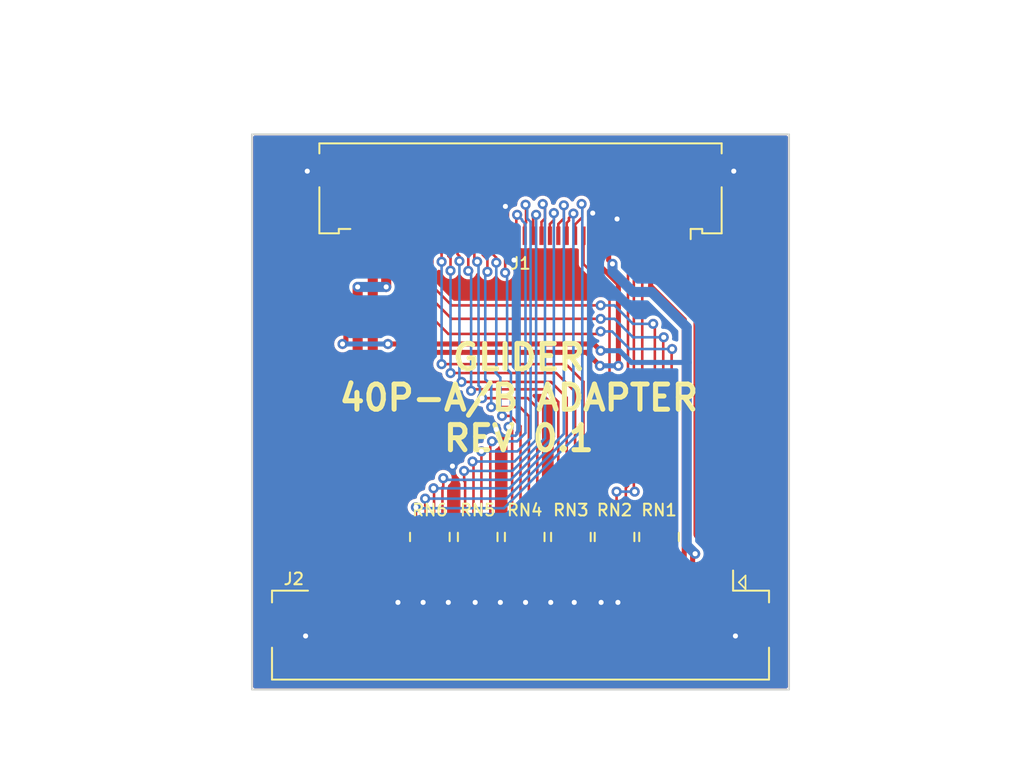
<source format=kicad_pcb>
(kicad_pcb (version 20240108) (generator "pcbnew") (generator_version "8.0")
  (layers (0 "F.Cu" signal) (31 "B.Cu" signal) (34 "B.Paste" user) (35 "F.Paste" user) (36 "B.SilkS" user "B.Silkscreen") (37 "F.SilkS" user "F.Silkscreen") (38 "B.Mask" user) (39 "F.Mask" user) (44 "Edge.Cuts" user))
  (net 0 "")
  (net 1 "GND")
  (net 2 "+3V3")
  (net 3 "/GDOE")
  (net 4 "/GDCLK")
  (net 5 "/GDSP")
  (net 6 "/ESDCLK")
  (net 7 "/ED0")
  (net 8 "/ED8")
  (net 9 "/ED1")
  (net 10 "/ED9")
  (net 11 "/ED2")
  (net 12 "/ED10")
  (net 13 "/ED3")
  (net 14 "/ED11")
  (net 15 "/ED4")
  (net 16 "/ED12")
  (net 17 "/ED5")
  (net 18 "/ED13")
  (net 19 "/ED6")
  (net 20 "/ED14")
  (net 21 "/ED7")
  (net 22 "/ED15")
  (net 23 "/SDCE0")
  (net 24 "/ESDLE")
  (net 25 "/ESDOE")
  (net 27 "-VGL")
  (net 28 "-VCOM")
  (net 31 "+VP")
  (net 33 "-VN")
  (net 35 "+VGH")
  (net 49 "/PD8")
  (net 50 "/PD12")
  (net 51 "/PSDLE")
  (net 52 "/PGDOE")
  (net 53 "/PSDCE0")
  (net 54 "/PD5")
  (net 55 "/PD9")
  (net 56 "/PD11")
  (net 57 "/PD3")
  (net 58 "/PD0")
  (net 59 "/PGDSP")
  (net 60 "/PD14")
  (net 61 "/PD15")
  (net 62 "/PD13")
  (net 63 "/PSDOE")
  (net 64 "/PD1")
  (net 65 "/PD2")
  (net 66 "/PD10")
  (net 67 "/PSDCLK")
  (net 68 "/PGDCLK")
  (net 69 "/PD7")
  (net 70 "/PD4")
  (net 71 "/PD6")
  (footprint "Resistor_SMD:R_Array_Convex_4x0402" (layer "F.Cu") (at 171.25 84 90)
    (property "Reference" "RN4")
    (property "Value" "33")
  )
  (footprint "footprints:Xunpu_FPC-05F-50PH20_1x50-1MP_P0.50mm_Horizontal_Mirrored" (layer "F.Cu") (at 171 88.5)
    (property "Reference" "J2")
    (property "Value" "FPC-05F-50PH20")
  )
  (footprint "Resistor_SMD:R_Array_Convex_4x0402" (layer "F.Cu") (at 165.6 84 90)
    (property "Reference" "RN6")
    (property "Value" "33")
  )
  (footprint "Connector_FFC-FPC:Omron_XF2M-4015-1A_1x40-1MP_P0.5mm_Horizontal" (layer "F.Cu") (at 171 64 180)
    (property "Reference" "J1")
    (property "Value" "AFC24-S40FIA-00")
  )
  (footprint "Resistor_SMD:R_Array_Convex_4x0402" (layer "F.Cu") (at 179.25 84 90)
    (property "Reference" "RN1")
    (property "Value" "33")
  )
  (footprint "Resistor_SMD:R_Array_Convex_4x0402" (layer "F.Cu") (at 174 84 90)
    (property "Reference" "RN3")
    (property "Value" "33")
  )
  (footprint "Resistor_SMD:R_Array_Convex_4x0402" (layer "F.Cu") (at 176.6 84 90)
    (property "Reference" "RN2")
    (property "Value" "33")
  )
  (footprint "Resistor_SMD:R_Array_Convex_4x0402" (layer "F.Cu") (at 168.45 84 90)
    (property "Reference" "RN5")
    (property "Value" "33")
  )
  (gr_rect (start 155 60) (end 187 93.1) (stroke (width 0.1)) (fill none) (layer "Edge.Cuts"))
  (gr_text "GLIDER\n40P-A/B ADAPTER\nREV 0.1" (at 170.9 79 0) (layer "F.SilkS") (effects (font (size 1.5 1.5) (thickness 0.3) (bold yes)) (justify bottom)))
  (segment (start 169.75 86.65) (end 169.75 87.85) (width 0.2) (layer "F.Cu") (net 1))
  (segment (start 169.75 87.85) (end 169.8 87.9) (width 0.2) (layer "F.Cu") (net 1))
  (segment (start 166.75 86.65) (end 166.7786 86.6214) (width 0.1524) (layer "F.Cu") (net 1))
  (segment (start 176.75 87.85) (end 176.8 87.9) (width 0.2) (layer "F.Cu") (net 1))
  (segment (start 172.75 87.85) (end 172.75 86.65) (width 0.1524) (layer "F.Cu") (net 1))
  (segment (start 168.25 86.65) (end 168.25 87.85) (width 0.2) (layer "F.Cu") (net 1))
  (segment (start 169.75 85.8476) (end 169.8286 85.769) (width 0.1524) (layer "F.Cu") (net 1))
  (segment (start 174.25 86.65) (end 174.25 87.85) (width 0.2) (layer "F.Cu") (net 1))
  (segment (start 163.75 87.85) (end 163.7 87.9) (width 0.2) (layer "F.Cu") (net 1))
  (segment (start 166.75 86.65) (end 166.75 87.85) (width 0.2) (layer "F.Cu") (net 1))
  (segment (start 170.25 66.716978) (end 170.25 66.05) (width 0.3) (layer "F.Cu") (net 1))
  (segment (start 159.6 62.15) (end 158.35 62.15) (width 0.3) (layer "F.Cu") (net 1))
  (segment (start 171.25 86.65) (end 171.25 87.85) (width 0.2) (layer "F.Cu") (net 1))
  (segment (start 185.15 89.9) (end 183.8 89.9) (width 0.2) (layer "F.Cu") (net 1))
  (segment (start 166.75 87.85) (end 166.7 87.9) (width 0.2) (layer "F.Cu") (net 1))
  (segment (start 183.65 62.15) (end 183.7 62.2) (width 0.3) (layer "F.Cu") (net 1))
  (segment (start 170.6144 67.081378) (end 170.25 66.716978) (width 0.3) (layer "F.Cu") (net 1))
  (segment (start 165.25 86.65) (end 165.25 87.85) (width 0.2) (layer "F.Cu") (net 1))
  (segment (start 156.85 89.9) (end 158.2 89.9) (width 0.2) (layer "F.Cu") (net 1))
  (segment (start 171.25 87.85) (end 171.3 87.9) (width 0.2) (layer "F.Cu") (net 1))
  (segment (start 172.8 87.9) (end 172.75 87.85) (width 0.1524) (layer "F.Cu") (net 1))
  (segment (start 176.75 65.05) (end 176.75 66.05) (width 0.2) (layer "F.Cu") (net 1))
  (segment (start 168.25 87.85) (end 168.3 87.9) (width 0.2) (layer "F.Cu") (net 1))
  (segment (start 175.25 64.75) (end 175.3 64.7) (width 0.1524) (layer "F.Cu") (net 1))
  (segment (start 169.8286 77.866848) (end 169.553254 77.591502) (width 0.1524) (layer "F.Cu") (net 1))
  (segment (start 169.75 86.65) (end 169.75 85.8476) (width 0.1524) (layer "F.Cu") (net 1))
  (segment (start 174.25 87.85) (end 174.2 87.9) (width 0.2) (layer "F.Cu") (net 1))
  (segment (start 182.4 62.15) (end 183.65 62.15) (width 0.3) (layer "F.Cu") (net 1))
  (segment (start 175.75 86.65) (end 175.75 87.85) (width 0.2) (layer "F.Cu") (net 1))
  (segment (start 167 79.724227) (end 166.946389 79.777838) (width 0.1524) (layer "F.Cu") (net 1))
  (segment (start 175.75 87.85) (end 175.8 87.9) (width 0.2) (layer "F.Cu") (net 1))
  (segment (start 163.75 86.65) (end 163.75 87.85) (width 0.2) (layer "F.Cu") (net 1))
  (segment (start 166.7786 86.6214) (end 166.7786 85.6214) (width 0.1524) (layer "F.Cu") (net 1))
  (segment (start 158.35 62.15) (end 158.3 62.2) (width 0.3) (layer "F.Cu") (net 1))
  (segment (start 176.75 86.65) (end 176.75 87.85) (width 0.2) (layer "F.Cu") (net 1))
  (segment (start 170.25 64.45) (end 170.1 64.3) (width 0.1524) (layer "F.Cu") (net 1))
  (segment (start 165.25 87.85) (end 165.2 87.9) (width 0.2) (layer "F.Cu") (net 1))
  (segment (start 170.25 66.05) (end 170.25 64.45) (width 0.1524) (layer "F.Cu") (net 1))
  (segment (start 169.8286 85.769) (end 169.8286 77.866848) (width 0.1524) (layer "F.Cu") (net 1))
  (segment (start 167 85.4) (end 167 79.724227) (width 0.1524) (layer "F.Cu") (net 1))
  (segment (start 170.6144 67.5) (end 170.6144 67.081378) (width 0.3) (layer "F.Cu") (net 1))
  (segment (start 166.7786 85.6214) (end 167 85.4) (width 0.1524) (layer "F.Cu") (net 1))
  (segment (start 175.25 66.05) (end 175.25 64.75) (width 0.1524) (layer "F.Cu") (net 1))
  (via (at 169.8 87.9) (size 0.6) (drill 0.3) (layers "F.Cu" "B.Cu") (net 1))
  (via (at 166.946389 79.777838) (size 0.6) (drill 0.3) (layers "F.Cu" "B.Cu") (net 1))
  (via (at 183.7 62.2) (size 0.6) (drill 0.3) (layers "F.Cu" "B.Cu") (net 1))
  (via (at 169.553254 77.591502) (size 0.6) (drill 0.3) (layers "F.Cu" "B.Cu") (net 1))
  (via (at 170.6144 67.5) (size 0.6) (drill 0.3) (layers "F.Cu" "B.Cu") (net 1))
  (via (at 175.8 87.9) (size 0.6) (drill 0.3) (layers "F.Cu" "B.Cu") (net 1))
  (via (at 158.3 62.2) (size 0.6) (drill 0.3) (layers "F.Cu" "B.Cu") (net 1))
  (via (at 176.75 65.05) (size 0.6) (drill 0.3) (layers "F.Cu" "B.Cu") (net 1))
  (via (at 171.3 87.9) (size 0.6) (drill 0.3) (layers "F.Cu" "B.Cu") (net 1))
  (via (at 175.3 64.7) (size 0.6) (drill 0.3) (layers "F.Cu" "B.Cu") (net 1))
  (via (at 168.3 87.9) (size 0.6) (drill 0.3) (layers "F.Cu" "B.Cu") (net 1))
  (via (at 158.2 89.9) (size 0.6) (drill 0.3) (layers "F.Cu" "B.Cu") (net 1))
  (via (at 166.7 87.9) (size 0.6) (drill 0.3) (layers "F.Cu" "B.Cu") (net 1))
  (via (at 163.7 87.9) (size 0.6) (drill 0.3) (layers "F.Cu" "B.Cu") (net 1))
  (via (at 183.8 89.9) (size 0.6) (drill 0.3) (layers "F.Cu" "B.Cu") (net 1))
  (via (at 174.2 87.9) (size 0.6) (drill 0.3) (layers "F.Cu" "B.Cu") (net 1))
  (via (at 176.8 87.9) (size 0.6) (drill 0.3) (layers "F.Cu" "B.Cu") (net 1))
  (via (at 165.2 87.9) (size 0.6) (drill 0.3) (layers "F.Cu" "B.Cu") (net 1))
  (via (at 172.8 87.9) (size 0.6) (drill 0.3) (layers "F.Cu" "B.Cu") (net 1))
  (via (at 170.1 64.3) (size 0.6) (drill 0.3) (layers "F.Cu" "B.Cu") (net 1))
  (segment (start 170.6952 67.981731) (end 170.6952 72.3) (width 0.1524) (layer "B.Cu") (net 1))
  (segment (start 170.6952 72.3) (end 170.6952 72.3952) (width 0.1524) (layer "B.Cu") (net 1))
  (segment (start 175.2 65.4) (end 175.3 65.3) (width 0.1524) (layer "B.Cu") (net 1))
  (segment (start 170.818269 77.850679) (end 170.703125 77.965823) (width 0.1524) (layer "B.Cu") (net 1))
  (segment (start 170.6952 72.3) (end 170.818269 72.423069) (width 0.1524) (layer "B.Cu") (net 1))
  (segment (start 170.703125 77.965823) (end 169.927575 77.965823) (width 0.1524) (layer "B.Cu") (net 1))
  (segment (start 169.927575 77.965823) (end 169.553254 77.591502) (width 0.1524) (layer "B.Cu") (net 1))
  (segment (start 170.1 67.386531) (end 170.513469 67.8) (width 0.1524) (layer "B.Cu") (net 1))
  (segment (start 172.8 80.9) (end 175.2 78.5) (width 0.1524) (layer "B.Cu") (net 1))
  (segment (start 175.3 65.3) (end 175.3 64.7) (width 0.1524) (layer "B.Cu") (net 1))
  (segment (start 170.1 64.3) (end 170.1 67.386531) (width 0.1524) (layer "B.Cu") (net 1))
  (segment (start 170.818269 72.423069) (end 170.818269 77.850679) (width 0.1524) (layer "B.Cu") (net 1))
  (segment (start 170.513469 67.8) (end 170.6952 67.981731) (width 0.1524) (layer "B.Cu") (net 1))
  (segment (start 169.132725 77.591502) (end 166.946389 79.777838) (width 0.1524) (layer "B.Cu") (net 1))
  (segment (start 172.8 87.9) (end 172.8 80.9) (width 0.1524) (layer "B.Cu") (net 1))
  (segment (start 175.2 78.5) (end 175.2 65.4) (width 0.1524) (layer "B.Cu") (net 1))
  (segment (start 169.553254 77.591502) (end 169.132725 77.591502) (width 0.1524) (layer "B.Cu") (net 1))
  (segment (start 178.75 65.05) (end 178.75 66.05) (width 0.3) (layer "F.Cu") (net 2))
  (segment (start 180.75 71.05) (end 178.75 69.05) (width 0.3) (layer "F.Cu") (net 2))
  (segment (start 174.9286 73) (end 175.7286 73.8) (width 0.3) (layer "F.Cu") (net 2))
  (segment (start 163.1 83.7) (end 163.1 73.7) (width 0.3) (layer "F.Cu") (net 2))
  (segment (start 175.75 67.85) (end 176.8286 68.9286) (width 0.3) (layer "F.Cu") (net 2))
  (segment (start 175.75 66.05) (end 175.75 65.101923) (width 0.3) (layer "F.Cu") (net 2))
  (segment (start 161.25 86.65) (end 161.25 85.55) (width 0.3) (layer "F.Cu") (net 2))
  (segment (start 167.5 73) (end 174.9286 73) (width 0.3) (layer "F.Cu") (net 2))
  (segment (start 163.1 73.7) (end 163.8 73) (width 0.3) (layer "F.Cu") (net 2))
  (segment (start 175.75 65.101923) (end 176.451923 64.4) (width 0.3) (layer "F.Cu") (net 2))
  (segment (start 176.8286 68.9286) (end 176.8286 73.8) (width 0.3) (layer "F.Cu") (net 2))
  (segment (start 176.451923 64.4) (end 178.1 64.4) (width 0.3) (layer "F.Cu") (net 2))
  (segment (start 162.3 84.5) (end 163.1 83.7) (width 0.3) (layer "F.Cu") (net 2))
  (segment (start 161.25 85.55) (end 162.3 84.5) (width 0.3) (layer "F.Cu") (net 2))
  (segment (start 163.8 73) (end 167.5 73) (width 0.3) (layer "F.Cu") (net 2))
  (segment (start 178.1 64.4) (end 178.75 65.05) (width 0.3) (layer "F.Cu") (net 2))
  (segment (start 175.75 66.05) (end 175.75 67.85) (width 0.3) (layer "F.Cu") (net 2))
  (segment (start 178.75 69.05) (end 178.75 66.05) (width 0.3) (layer "F.Cu") (net 2))
  (segment (start 180.75 86.65) (end 180.75 71.05) (width 0.3) (layer "F.Cu") (net 2))
  (via (at 175.7286 73.8) (size 0.6) (drill 0.3) (layers "F.Cu" "B.Cu") (net 2))
  (via (at 176.8286 73.8) (size 0.6) (drill 0.3) (layers "F.Cu" "B.Cu") (net 2))
  (segment (start 175.7286 73.8) (end 176.8286 73.8) (width 0.3) (layer "B.Cu") (net 2))
  (segment (start 178.5 80.3) (end 178.5 83.5) (width 0.1524) (layer "F.Cu") (net 3))
  (segment (start 178.25 66.05) (end 178.25 80.05) (width 0.1524) (layer "F.Cu") (net 3))
  (segment (start 178.25 80.05) (end 178.5 80.3) (width 0.1524) (layer "F.Cu") (net 3))
  (segment (start 176.7214 81.8214) (end 176.85 81.95) (width 0.1524) (layer "F.Cu") (net 4))
  (segment (start 176.85 81.95) (end 176.85 83.5) (width 0.1524) (layer "F.Cu") (net 4))
  (segment (start 177.75 66.05) (end 177.75 81.25) (width 0.1524) (layer "F.Cu") (net 4))
  (segment (start 176.7214 81.3) (end 176.7214 81.8214) (width 0.1524) (layer "F.Cu") (net 4))
  (segment (start 177.75 81.25) (end 177.8 81.3) (width 0.1524) (layer "F.Cu") (net 4))
  (via (at 177.8 81.3) (size 0.6) (drill 0.3) (layers "F.Cu" "B.Cu") (net 4))
  (via (at 176.7214 81.3) (size 0.6) (drill 0.3) (layers "F.Cu" "B.Cu") (net 4))
  (segment (start 177.8 81.3) (end 176.7214 81.3) (width 0.1524) (layer "B.Cu") (net 4))
  (segment (start 177.4 66.8286) (end 177.4 80.952446) (width 0.1524) (layer "F.Cu") (net 5))
  (segment (start 177.25 66.05) (end 177.25 66.6786) (width 0.1524) (layer "F.Cu") (net 5))
  (segment (start 177.2714 81.081046) (end 177.2714 83.4214) (width 0.1524) (layer "F.Cu") (net 5))
  (segment (start 177.2714 83.4214) (end 177.35 83.5) (width 0.1524) (layer "F.Cu") (net 5))
  (segment (start 177.4 80.952446) (end 177.2714 81.081046) (width 0.1524) (layer "F.Cu") (net 5))
  (segment (start 177.25 66.6786) (end 177.4 66.8286) (width 0.1524) (layer "F.Cu") (net 5))
  (segment (start 175.85 80.636923) (end 175.85 83.5) (width 0.1524) (layer "F.Cu") (net 6))
  (segment (start 176.3 80.186923) (end 175.85 80.636923) (width 0.1524) (layer "F.Cu") (net 6))
  (segment (start 174.75 66.05) (end 174.75 67.734663) (width 0.1524) (layer "F.Cu") (net 6))
  (segment (start 174.75 67.734663) (end 176.3 69.284663) (width 0.1524) (layer "F.Cu") (net 6))
  (segment (start 176.3 69.284663) (end 176.3 80.186923) (width 0.1524) (layer "F.Cu") (net 6))
  (segment (start 174.25 66.05) (end 174.25 65.376359) (width 0.1524) (layer "F.Cu") (net 7))
  (segment (start 174.6784 64.196977) (end 174.637435 64.156012) (width 0.1524) (layer "F.Cu") (net 7))
  (segment (start 164.770112 82.227761) (end 164.770112 83.420112) (width 0.1524) (layer "F.Cu") (net 7))
  (segment (start 174.6784 64.947959) (end 174.6784 64.196977) (width 0.1524) (layer "F.Cu") (net 7))
  (segment (start 164.770112 83.420112) (end 164.85 83.5) (width 0.1524) (layer "F.Cu") (net 7))
  (segment (start 174.25 65.376359) (end 174.6784 64.947959) (width 0.1524) (layer "F.Cu") (net 7))
  (via (at 174.637435 64.156012) (size 0.6) (drill 0.3) (layers "F.Cu" "B.Cu") (net 7))
  (via (at 164.770112 82.227761) (size 0.6) (drill 0.3) (layers "F.Cu" "B.Cu") (net 7))
  (segment (start 174.6784 64.196977) (end 174.6784 77.6216) (width 0.1524) (layer "B.Cu") (net 7))
  (segment (start 170.013929 82.286071) (end 164.828422 82.286071) (width 0.1524) (layer "B.Cu") (net 7))
  (segment (start 164.828422 82.286071) (end 164.770112 82.227761) (width 0.1524) (layer "B.Cu") (net 7))
  (segment (start 174.6784 77.6216) (end 170.013929 82.286071) (width 0.1524) (layer "B.Cu") (net 7))
  (segment (start 174.637435 64.156012) (end 174.6784 64.196977) (width 0.1524) (layer "B.Cu") (net 7))
  (segment (start 170.5 83.5) (end 170.5 77.647554) (width 0.1524) (layer "F.Cu") (net 8))
  (segment (start 170.0858 68.248737) (end 170.0858 67.0882) (width 0.1524) (layer "F.Cu") (net 8))
  (segment (start 169.75 66.7524) (end 169.75 66.05) (width 0.1524) (layer "F.Cu") (net 8))
  (segment (start 170.5 77.647554) (end 170.289669 77.437223) (width 0.1524) (layer "F.Cu") (net 8))
  (segment (start 170.0858 67.0882) (end 169.75 66.7524) (width 0.1524) (layer "F.Cu") (net 8))
  (via (at 170.289669 77.437223) (size 0.6) (drill 0.3) (layers "F.Cu" "B.Cu") (net 8))
  (via (at 170.0858 68.248737) (size 0.6) (drill 0.3) (layers "F.Cu" "B.Cu") (net 8))
  (segment (start 170.4286 74.2286) (end 170.2 74) (width 0.1524) (layer "B.Cu") (net 8))
  (segment (start 170.289669 77.437223) (end 170.4286 77.298292) (width 0.1524) (layer "B.Cu") (net 8))
  (segment (start 170.4286 77.298292) (end 170.4286 74.2286) (width 0.1524) (layer "B.Cu") (net 8))
  (segment (start 170.2 68.362937) (end 170.0858 68.248737) (width 0.1524) (layer "B.Cu") (net 8))
  (segment (start 170.2 74) (end 170.2 68.362937) (width 0.1524) (layer "B.Cu") (net 8))
  (segment (start 165.3214 82.1214) (end 165.35 82.15) (width 0.1524) (layer "F.Cu") (net 9))
  (segment (start 173.884473 65.146579) (end 173.884473 64.994332) (width 0.1524) (layer "F.Cu") (net 9))
  (segment (start 173.75 66.05) (end 173.75 65.281052) (width 0.1524) (layer "F.Cu") (net 9))
  (segment (start 173.75 65.281052) (end 173.884473 65.146579) (width 0.1524) (layer "F.Cu") (net 9))
  (segment (start 165.35 82.15) (end 165.35 83.5) (width 0.1524) (layer "F.Cu") (net 9))
  (segment (start 173.884473 64.994332) (end 174.1498 64.729005) (width 0.1524) (layer "F.Cu") (net 9))
  (segment (start 165.3214 81.715716) (end 165.3214 82.1214) (width 0.1524) (layer "F.Cu") (net 9))
  (via (at 174.1498 64.729005) (size 0.6) (drill 0.3) (layers "F.Cu" "B.Cu") (net 9))
  (via (at 165.3214 81.715716) (size 0.6) (drill 0.3) (layers "F.Cu" "B.Cu") (net 9))
  (segment (start 174.1498 77.719148) (end 170.153232 81.715716) (width 0.1524) (layer "B.Cu") (net 9))
  (segment (start 174.1498 64.729005) (end 174.1498 77.719148) (width 0.1524) (layer "B.Cu") (net 9))
  (segment (start 170.153232 81.715716) (end 165.3214 81.715716) (width 0.1524) (layer "B.Cu") (net 9))
  (segment (start 169.25 67.05) (end 169.25 66.05) (width 0.1524) (layer "F.Cu") (net 10))
  (segment (start 171 77.4) (end 170.3858 76.7858) (width 0.1524) (layer "F.Cu") (net 10))
  (segment (start 171 83.5) (end 171 77.4) (width 0.1524) (layer "F.Cu") (net 10))
  (segment (start 169.5572 67.3572) (end 169.25 67.05) (width 0.1524) (layer "F.Cu") (net 10))
  (segment (start 169.5572 67.650422) (end 169.5572 67.3572) (width 0.1524) (layer "F.Cu") (net 10))
  (segment (start 170.3858 76.7858) (end 169.9 76.7858) (width 0.1524) (layer "F.Cu") (net 10))
  (via (at 169.5572 67.650422) (size 0.6) (drill 0.3) (layers "F.Cu" "B.Cu") (net 10))
  (via (at 169.9 76.7858) (size 0.6) (drill 0.3) (layers "F.Cu" "B.Cu") (net 10))
  (segment (start 169.8 74.5) (end 169.5 74.2) (width 0.1524) (layer "B.Cu") (net 10))
  (segment (start 169.5572 74.1428) (end 169.5572 67.650422) (width 0.1524) (layer "B.Cu") (net 10))
  (segment (start 169.9 76.7858) (end 169.8 76.6858) (width 0.1524) (layer "B.Cu") (net 10))
  (segment (start 169.5 74.2) (end 169.5572 74.1428) (width 0.1524) (layer "B.Cu") (net 10))
  (segment (start 169.8 76.6858) (end 169.8 74.5) (width 0.1524) (layer "B.Cu") (net 10))
  (segment (start 173.579673 65.020327) (end 173.579673 64.238022) (width 0.1524) (layer "F.Cu") (net 11))
  (segment (start 165.8214 81.1) (end 165.85 81.1286) (width 0.1524) (layer "F.Cu") (net 11))
  (segment (start 173.25 65.35) (end 173.579673 65.020327) (width 0.1524) (layer "F.Cu") (net 11))
  (segment (start 165.85 81.1286) (end 165.85 83.5) (width 0.1524) (layer "F.Cu") (net 11))
  (segment (start 173.25 66.05) (end 173.25 65.35) (width 0.1524) (layer "F.Cu") (net 11))
  (via (at 173.579673 64.238022) (size 0.6) (drill 0.3) (layers "F.Cu" "B.Cu") (net 11))
  (via (at 165.8214 81.1) (size 0.6) (drill 0.3) (layers "F.Cu" "B.Cu") (net 11))
  (segment (start 173.579673 77.858223) (end 170.337896 81.1) (width 0.1524) (layer "B.Cu") (net 11))
  (segment (start 173.579673 64.238022) (end 173.579673 77.858223) (width 0.1524) (layer "B.Cu") (net 11))
  (segment (start 170.337896 81.1) (end 165.8214 81.1) (width 0.1524) (layer "B.Cu") (net 11))
  (segment (start 171.5 83.5) (end 171.5 76.8) (width 0.1524) (layer "F.Cu") (net 12))
  (segment (start 171.5 76.8) (end 171 76.3) (width 0.1524) (layer "F.Cu") (net 12))
  (segment (start 170.9572 76.2572) (end 169.254957 76.2572) (width 0.1524) (layer "F.Cu") (net 12))
  (segment (start 168.75 66.05) (end 168.75 67.18072) (width 0.1524) (layer "F.Cu") (net 12))
  (segment (start 171 76.3) (end 170.9572 76.2572) (width 0.1524) (layer "F.Cu") (net 12))
  (segment (start 168.88464 67.31536) (end 169.0286 67.459319) (width 0.1524) (layer "F.Cu") (net 12))
  (segment (start 168.75 67.18072) (end 168.88464 67.31536) (width 0.1524) (layer "F.Cu") (net 12))
  (segment (start 169.0286 67.459319) (end 169.0286 68.195589) (width 0.1524) (layer "F.Cu") (net 12))
  (via (at 169.0286 68.195589) (size 0.6) (drill 0.3) (layers "F.Cu" "B.Cu") (net 12))
  (via (at 169.254957 76.2572) (size 0.6) (drill 0.3) (layers "F.Cu" "B.Cu") (net 12))
  (segment (start 168.9 68.324189) (end 169.0286 68.195589) (width 0.1524) (layer "B.Cu") (net 12))
  (segment (start 169.254957 76.2572) (end 169.254957 74.954957) (width 0.1524) (layer "B.Cu") (net 12))
  (segment (start 168.9 74.6) (end 168.9 68.324189) (width 0.1524) (layer "B.Cu") (net 12))
  (segment (start 169.254957 74.954957) (end 168.9 74.6) (width 0.1524) (layer "B.Cu") (net 12))
  (segment (start 172.75 65.3476) (end 172.9858 65.1118) (width 0.1524) (layer "F.Cu") (net 13))
  (segment (start 172.9858 65.1118) (end 172.9858 64.7) (width 0.1524) (layer "F.Cu") (net 13))
  (segment (start 166.4 80.5) (end 166.4 81) (width 0.1524) (layer "F.Cu") (net 13))
  (segment (start 166.4 81) (end 166.35 81.05) (width 0.1524) (layer "F.Cu") (net 13))
  (segment (start 166.35 81.05) (end 166.35 83.5) (width 0.1524) (layer "F.Cu") (net 13))
  (segment (start 172.75 66.05) (end 172.75 65.3476) (width 0.1524) (layer "F.Cu") (net 13))
  (via (at 166.4 80.5) (size 0.6) (drill 0.3) (layers "F.Cu" "B.Cu") (net 13))
  (via (at 172.9858 64.7) (size 0.6) (drill 0.3) (layers "F.Cu" "B.Cu") (net 13))
  (segment (start 172.9858 64.7) (end 172.9858 78.021044) (width 0.1524) (layer "B.Cu") (net 13))
  (segment (start 166.493879 80.593879) (end 166.4 80.5) (width 0.1524) (layer "B.Cu") (net 13))
  (segment (start 172.9858 78.021044) (end 170.412965 80.593879) (width 0.1524) (layer "B.Cu") (net 13))
  (segment (start 170.412965 80.593879) (end 166.493879 80.593879) (width 0.1524) (layer "B.Cu") (net 13))
  (segment (start 171.4286 75.7286) (end 168.710279 75.7286) (width 0.1524) (layer "F.Cu") (net 14))
  (segment (start 172 76.3) (end 171.4286 75.7286) (width 0.1524) (layer "F.Cu") (net 14))
  (segment (start 168.25 67.428273) (end 168.25 66.05) (width 0.1524) (layer "F.Cu") (net 14))
  (segment (start 172 83.5) (end 172 76.3) (width 0.1524) (layer "F.Cu") (net 14))
  (segment (start 168.417829 67.596102) (end 168.25 67.428273) (width 0.1524) (layer "F.Cu") (net 14))
  (via (at 168.417829 67.596102) (size 0.6) (drill 0.3) (layers "F.Cu" "B.Cu") (net 14))
  (via (at 168.710279 75.7286) (size 0.6) (drill 0.3) (layers "F.Cu" "B.Cu") (net 14))
  (segment (start 168.5 74.984301) (end 168.5 67.678273) (width 0.1524) (layer "B.Cu") (net 14))
  (segment (start 168.585974 75.070275) (end 168.5 74.984301) (width 0.1524) (layer "B.Cu") (net 14))
  (segment (start 168.537918 75.556239) (end 168.585974 75.508183) (width 0.1524) (layer "B.Cu") (net 14))
  (segment (start 168.710279 75.7286) (end 168.537918 75.556239) (width 0.1524) (layer "B.Cu") (net 14))
  (segment (start 168.585974 75.508183) (end 168.585974 75.070275) (width 0.1524) (layer "B.Cu") (net 14))
  (segment (start 168.5 67.678273) (end 168.417829 67.596102) (width 0.1524) (layer "B.Cu") (net 14))
  (segment (start 167.641722 80.658278) (end 167.7 80.716556) (width 0.1524) (layer "F.Cu") (net 15))
  (segment (start 172.4572 65.018954) (end 172.4572 64.292837) (width 0.1524) (layer "F.Cu") (net 15))
  (segment (start 167.641722 80.065279) (end 167.641722 80.658278) (width 0.1524) (layer "F.Cu") (net 15))
  (segment (start 172.25 65.226154) (end 172.4572 65.018954) (width 0.1524) (layer "F.Cu") (net 15))
  (segment (start 167.7 80.716556) (end 167.7 83.5) (width 0.1524) (layer "F.Cu") (net 15))
  (segment (start 172.4572 64.292837) (end 172.324608 64.160245) (width 0.1524) (layer "F.Cu") (net 15))
  (segment (start 172.25 66.05) (end 172.25 65.226154) (width 0.1524) (layer "F.Cu") (net 15))
  (via (at 172.324608 64.160245) (size 0.6) (drill 0.3) (layers "F.Cu" "B.Cu") (net 15))
  (via (at 167.641722 80.065279) (size 0.6) (drill 0.3) (layers "F.Cu" "B.Cu") (net 15))
  (segment (start 170.510513 80.065279) (end 167.641722 80.065279) (width 0.1524) (layer "B.Cu") (net 15))
  (segment (start 172.4572 64.292837) (end 172.4572 78.118592) (width 0.1524) (layer "B.Cu") (net 15))
  (segment (start 172.324608 64.160245) (end 172.4572 64.292837) (width 0.1524) (layer "B.Cu") (net 15))
  (segment (start 172.4572 78.118592) (end 170.510513 80.065279) (width 0.1524) (layer "B.Cu") (net 15))
  (segment (start 167.75 67.15) (end 167.889229 67.289229) (width 0.1524) (layer "F.Cu") (net 16))
  (segment (start 167.889229 67.289229) (end 167.889229 68.145172) (width 0.1524) (layer "F.Cu") (net 16))
  (segment (start 173.25 75.95) (end 172.5 75.2) (width 0.1524) (layer "F.Cu") (net 16))
  (segment (start 167.75 66.05) (end 167.75 67.15) (width 0.1524) (layer "F.Cu") (net 16))
  (segment (start 172.5 75.2) (end 168.146603 75.2) (width 0.1524) (layer "F.Cu") (net 16))
  (segment (start 173.25 83.5) (end 173.25 75.95) (width 0.1524) (layer "F.Cu") (net 16))
  (segment (start 168.146603 75.2) (end 168.057374 75.289229) (width 0.1524) (layer "F.Cu") (net 16))
  (via (at 167.889229 68.145172) (size 0.6) (drill 0.3) (layers "F.Cu" "B.Cu") (net 16))
  (via (at 168.057374 75.289229) (size 0.6) (drill 0.3) (layers "F.Cu" "B.Cu") (net 16))
  (segment (start 168.057374 75.289229) (end 168.057374 68.313317) (width 0.1524) (layer "B.Cu") (net 16))
  (segment (start 168.057374 68.313317) (end 167.889229 68.145172) (width 0.1524) (layer "B.Cu") (net 16))
  (segment (start 168.1428 79.504003) (end 168.2 79.561203) (width 0.1524) (layer "F.Cu") (net 17))
  (segment (start 168.2 79.561203) (end 168.2 83.5) (width 0.1524) (layer "F.Cu") (net 17))
  (segment (start 171.75 64.9786) (end 171.9286 64.8) (width 0.1524) (layer "F.Cu") (net 17))
  (segment (start 171.75 66.05) (end 171.75 64.9786) (width 0.1524) (layer "F.Cu") (net 17))
  (via (at 168.1428 79.504003) (size 0.6) (drill 0.3) (layers "F.Cu" "B.Cu") (net 17))
  (via (at 171.9286 64.8) (size 0.6) (drill 0.3) (layers "F.Cu" "B.Cu") (net 17))
  (segment (start 171.9286 78.21614) (end 170.640737 79.504003) (width 0.1524) (layer "B.Cu") (net 17))
  (segment (start 171.9286 64.8) (end 171.9286 78.21614) (width 0.1524) (layer "B.Cu") (net 17))
  (segment (start 170.640737 79.504003) (end 168.1428 79.504003) (width 0.1524) (layer "B.Cu") (net 17))
  (segment (start 172.810629 74.760629) (end 173.75 75.7) (width 0.1524) (layer "F.Cu") (net 18))
  (segment (start 167.360629 67.562732) (end 167.360629 67.260629) (width 0.1524) (layer "F.Cu") (net 18))
  (segment (start 167.25 67.15) (end 167.25 66.05) (width 0.1524) (layer "F.Cu") (net 18))
  (segment (start 167.484961 74.760629) (end 172.810629 74.760629) (width 0.1524) (layer "F.Cu") (net 18))
  (segment (start 173.75 75.7) (end 173.75 83.5) (width 0.1524) (layer "F.Cu") (net 18))
  (segment (start 167.360629 67.260629) (end 167.25 67.15) (width 0.1524) (layer "F.Cu") (net 18))
  (via (at 167.484961 74.760629) (size 0.6) (drill 0.3) (layers "F.Cu" "B.Cu") (net 18))
  (via (at 167.360629 67.562732) (size 0.6) (drill 0.3) (layers "F.Cu" "B.Cu") (net 18))
  (segment (start 167.484961 74.760629) (end 167.360629 74.636297) (width 0.1524) (layer "B.Cu") (net 18))
  (segment (start 167.360629 74.636297) (end 167.360629 67.562732) (width 0.1524) (layer "B.Cu") (net 18))
  (segment (start 168.6714 82.8286) (end 168.7 82.8572) (width 0.1524) (layer "F.Cu") (net 19))
  (segment (start 168.6714 78.9) (end 168.6714 82.8286) (width 0.1524) (layer "F.Cu") (net 19))
  (segment (start 168.7 82.8572) (end 168.7 83.5) (width 0.1524) (layer "F.Cu") (net 19))
  (segment (start 171.3286 65.269) (end 171.3286 64.2286) (width 0.1524) (layer "F.Cu") (net 19))
  (segment (start 171.25 65.3476) (end 171.3286 65.269) (width 0.1524) (layer "F.Cu") (net 19))
  (segment (start 171.25 66.05) (end 171.25 65.3476) (width 0.1524) (layer "F.Cu") (net 19))
  (segment (start 171.3286 64.2286) (end 171.3 64.2) (width 0.1524) (layer "F.Cu") (net 19))
  (via (at 168.6714 78.9) (size 0.6) (drill 0.3) (layers "F.Cu" "B.Cu") (net 19))
  (via (at 171.3 64.2) (size 0.6) (drill 0.3) (layers "F.Cu" "B.Cu") (net 19))
  (segment (start 171.6 65.218954) (end 171.6 78.113688) (width 0.1524) (layer "B.Cu") (net 19))
  (segment (start 171.6 78.113688) (end 170.813688 78.9) (width 0.1524) (layer "B.Cu") (net 19))
  (segment (start 171.4 64.3) (end 171.4 65.018954) (width 0.1524) (layer "B.Cu") (net 19))
  (segment (start 171.4 65.018954) (end 171.6 65.218954) (width 0.1524) (layer "B.Cu") (net 19))
  (segment (start 171.3 64.2) (end 171.4 64.3) (width 0.1524) (layer "B.Cu") (net 19))
  (segment (start 170.813688 78.9) (end 168.6714 78.9) (width 0.1524) (layer "B.Cu") (net 19))
  (segment (start 174.25 75.35) (end 173.132029 74.232029) (width 0.1524) (layer "F.Cu") (net 20))
  (segment (start 166.7 67.252446) (end 166.7 66.1) (width 0.1524) (layer "F.Cu") (net 20))
  (segment (start 166.7 66.1) (end 166.75 66.05) (width 0.1524) (layer "F.Cu") (net 20))
  (segment (start 166.832029 68.132029) (end 166.832029 67.384475) (width 0.1524) (layer "F.Cu") (net 20))
  (segment (start 173.132029 74.232029) (end 166.832029 74.232029) (width 0.1524) (layer "F.Cu") (net 20))
  (segment (start 166.832029 67.384475) (end 166.7 67.252446) (width 0.1524) (layer "F.Cu") (net 20))
  (segment (start 174.25 83.5) (end 174.25 75.35) (width 0.1524) (layer "F.Cu") (net 20))
  (via (at 166.832029 74.232029) (size 0.6) (drill 0.3) (layers "F.Cu" "B.Cu") (net 20))
  (via (at 166.832029 68.132029) (size 0.6) (drill 0.3) (layers "F.Cu" "B.Cu") (net 20))
  (segment (start 166.832029 74.232029) (end 166.832029 68.132029) (width 0.1524) (layer "B.Cu") (net 20))
  (segment (start 169.3 78.3) (end 169.2 78.4) (width 0.1524) (layer "F.Cu") (net 21))
  (segment (start 170.75 66.05) (end 170.75 64.85) (width 0.1524) (layer "F.Cu") (net 21))
  (segment (start 170.75 64.85) (end 170.8 64.8) (width 0.1524) (layer "F.Cu") (net 21))
  (segment (start 169.2 78.4) (end 169.2 83.5) (width 0.1524) (layer "F.Cu") (net 21))
  (via (at 169.3 78.3) (size 0.6) (drill 0.3) (layers "F.Cu" "B.Cu") (net 21))
  (via (at 170.8 64.8) (size 0.6) (drill 0.3) (layers "F.Cu" "B.Cu") (net 21))
  (segment (start 170.8 64.8) (end 171.0952 65.0952) (width 0.1524) (layer "B.Cu") (net 21))
  (segment (start 171.2952 77.8048) (end 170.8 78.3) (width 0.1524) (layer "B.Cu") (net 21))
  (segment (start 171.0952 65.0952) (end 171.0952 65.145206) (width 0.1524) (layer "B.Cu") (net 21))
  (segment (start 171.0952 65.145206) (end 171.2952 65.345206) (width 0.1524) (layer "B.Cu") (net 21))
  (segment (start 171.2952 65.345206) (end 171.2952 77.8048) (width 0.1524) (layer "B.Cu") (net 21))
  (segment (start 170.8 78.3) (end 169.3 78.3) (width 0.1524) (layer "B.Cu") (net 21))
  (segment (start 174.75 83.5) (end 174.75 74.75) (width 0.1524) (layer "F.Cu") (net 22))
  (segment (start 166.3 67.1) (end 166.25 67.05) (width 0.1524) (layer "F.Cu") (net 22))
  (segment (start 174.1 74.1) (end 173.7 73.7) (width 0.1524) (layer "F.Cu") (net 22))
  (segment (start 166.3 67.6) (end 166.3 67.1) (width 0.1524) (layer "F.Cu") (net 22))
  (segment (start 173.7 73.7) (end 166.3 73.7) (width 0.1524) (layer "F.Cu") (net 22))
  (segment (start 166.25 67.05) (end 166.25 66.05) (width 0.1524) (layer "F.Cu") (net 22))
  (segment (start 174.75 74.75) (end 174.1 74.1) (width 0.1524) (layer "F.Cu") (net 22))
  (via (at 166.3 67.6) (size 0.6) (drill 0.3) (layers "F.Cu" "B.Cu") (net 22))
  (via (at 166.3 73.7) (size 0.6) (drill 0.3) (layers "F.Cu" "B.Cu") (net 22))
  (segment (start 166.3 73.7) (end 166.3 67.6) (width 0.1524) (layer "B.Cu") (net 22))
  (segment (start 178.9 71.3) (end 179 71.4) (width 0.1524) (layer "F.Cu") (net 23))
  (segment (start 179 71.4) (end 179 83.5) (width 0.1524) (layer "F.Cu") (net 23))
  (segment (start 175.7714 70.2) (end 166.9 70.2) (width 0.1524) (layer "F.Cu") (net 23))
  (segment (start 165.75 69.05) (end 165.75 66.05) (width 0.1524) (layer "F.Cu") (net 23))
  (segment (start 166.9 70.2) (end 165.75 69.05) (width 0.1524) (layer "F.Cu") (net 23))
  (via (at 178.9 71.3) (size 0.6) (drill 0.3) (layers "F.Cu" "B.Cu") (net 23))
  (via (at 175.7714 70.2) (size 0.6) (drill 0.3) (layers "F.Cu" "B.Cu") (net 23))
  (segment (start 176.6 70.2) (end 177.7 71.3) (width 0.1524) (layer "B.Cu") (net 23))
  (segment (start 175.7714 70.2) (end 176.6 70.2) (width 0.1524) (layer "B.Cu") (net 23))
  (segment (start 177.7 71.3) (end 178.9 71.3) (width 0.1524) (layer "B.Cu") (net 23))
  (segment (start 166.9 71) (end 165.25 69.35) (width 0.1524) (layer "F.Cu") (net 24))
  (segment (start 179.5286 72.1) (end 179.5 72.1286) (width 0.1524) (layer "F.Cu") (net 24))
  (segment (start 165.25 69.35) (end 165.25 66.05) (width 0.1524) (layer "F.Cu") (net 24))
  (segment (start 179.5 72.1286) (end 179.5 83.5) (width 0.1524) (layer "F.Cu") (net 24))
  (segment (start 175.7714 71) (end 166.9 71) (width 0.1524) (layer "F.Cu") (net 24))
  (via (at 175.7714 71) (size 0.6) (drill 0.3) (layers "F.Cu" "B.Cu") (net 24))
  (via (at 179.5286 72.1) (size 0.6) (drill 0.3) (layers "F.Cu" "B.Cu") (net 24))
  (segment (start 176.6 71) (end 177.7 72.1) (width 0.1524) (layer "B.Cu") (net 24))
  (segment (start 177.7 72.1) (end 179.5286 72.1) (width 0.1524) (layer "B.Cu") (net 24))
  (segment (start 175.7714 71) (end 176.6 71) (width 0.1524) (layer "B.Cu") (net 24))
  (segment (start 175.623803 71.9) (end 166.7 71.9) (width 0.1524) (layer "F.Cu") (net 25))
  (segment (start 175.7714 71.752403) (end 175.623803 71.9) (width 0.1524) (layer "F.Cu") (net 25))
  (segment (start 180.0286 72.8) (end 180 72.8286) (width 0.1524) (layer "F.Cu") (net 25))
  (segment (start 166.7 71.9) (end 164.75 69.95) (width 0.1524) (layer "F.Cu") (net 25))
  (segment (start 164.75 69.95) (end 164.75 66.05) (width 0.1524) (layer "F.Cu") (net 25))
  (segment (start 180 72.8286) (end 180 83.5) (width 0.1524) (layer "F.Cu") (net 25))
  (via (at 180.0286 72.8) (size 0.6) (drill 0.3) (layers "F.Cu" "B.Cu") (net 25))
  (via (at 175.7714 71.752403) (size 0.6) (drill 0.3) (layers "F.Cu" "B.Cu") (net 25))
  (segment (start 177.5 72.8) (end 180.0286 72.8) (width 0.1524) (layer "B.Cu") (net 25))
  (segment (start 175.7714 71.752403) (end 176.452403 71.752403) (width 0.1524) (layer "B.Cu") (net 25))
  (segment (start 176.452403 71.752403) (end 177.5 72.8) (width 0.1524) (layer "B.Cu") (net 25))
  (segment (start 180.75 66.05) (end 180.75 67.05) (width 0.3) (layer "F.Cu") (net 27))
  (segment (start 183 83.2) (end 183 70.3) (width 0.8) (layer "F.Cu") (net 27))
  (segment (start 180.75 67.05) (end 180.9 67.2) (width 0.3) (layer "F.Cu") (net 27))
  (segment (start 183 83.2) (end 183 82.9) (width 0.3) (layer "F.Cu") (net 27))
  (segment (start 183.25 83.15) (end 183.25 86.65) (width 0.3) (layer "F.Cu") (net 27))
  (segment (start 183 70.3) (end 180.9 68.2) (width 0.8) (layer "F.Cu") (net 27))
  (segment (start 183 82.9) (end 183.25 83.15) (width 0.3) (layer "F.Cu") (net 27))
  (segment (start 180.9 68.2) (end 180.9 67.2) (width 0.8) (layer "F.Cu") (net 27))
  (segment (start 160.7 67.63427) (end 160.6 67.73427) (width 0.3) (layer "F.Cu") (net 28))
  (segment (start 160.6 72.3) (end 160.4 72.5) (width 0.3) (layer "F.Cu") (net 28))
  (segment (start 161.25 67.08427) (end 160.7 67.63427) (width 0.3) (layer "F.Cu") (net 28))
  (segment (start 175.3714 72.5) (end 175.7714 72.9) (width 0.3) (layer "F.Cu") (net 28))
  (segment (start 161.25 66.05) (end 161.25 67.08427) (width 0.3) (layer "F.Cu") (net 28))
  (segment (start 181.25 85.15) (end 181.4 85) (width 0.3) (layer "F.Cu") (net 28))
  (segment (start 181.25 86.65) (end 181.25 85.15) (width 0.3) (layer "F.Cu") (net 28))
  (segment (start 160.6 67.73427) (end 160.6 72.3) (width 0.3) (layer "F.Cu") (net 28))
  (segment (start 176.25 67.498076) (end 176.25 66.05) (width 0.3) (layer "F.Cu") (net 28))
  (segment (start 163.1 72.5) (end 175.3714 72.5) (width 0.3) (layer "F.Cu") (net 28))
  (segment (start 176.475962 67.724038) (end 176.25 67.498076) (width 0.3) (layer "F.Cu") (net 28))
  (via (at 181.4 85) (size 0.6) (drill 0.3) (layers "F.Cu" "B.Cu") (net 28))
  (via (at 163.1 72.5) (size 0.6) (drill 0.3) (layers "F.Cu" "B.Cu") (net 28))
  (via (at 160.4 72.5) (size 0.6) (drill 0.3) (layers "F.Cu" "B.Cu") (net 28))
  (via (at 175.7714 72.9) (size 0.6) (drill 0.3) (layers "F.Cu" "B.Cu") (net 28))
  (via (at 176.475962 67.724038) (size 0.6) (drill 0.3) (layers "F.Cu" "B.Cu") (net 28))
  (segment (start 180.9 71.5) (end 180.9 73.6) (width 0.6) (layer "B.Cu") (net 28))
  (segment (start 180.9 73.6) (end 180.9 84.5) (width 0.6) (layer "B.Cu") (net 28))
  (segment (start 180.9 84.5) (end 181.4 85) (width 0.6) (layer "B.Cu") (net 28))
  (segment (start 177.7 69.4) (end 178.8 69.4) (width 0.6) (layer "B.Cu") (net 28))
  (segment (start 178.8 69.4) (end 180.9 71.5) (width 0.6) (layer "B.Cu") (net 28))
  (segment (start 176.9 72.9) (end 177.6 73.6) (width 0.3) (layer "B.Cu") (net 28))
  (segment (start 176.475962 67.724038) (end 176.475962 68.175962) (width 0.6) (layer "B.Cu") (net 28))
  (segment (start 160.4 72.5) (end 163.1 72.5) (width 0.3) (layer "B.Cu") (net 28))
  (segment (start 175.7714 72.9) (end 176.9 72.9) (width 0.3) (layer "B.Cu") (net 28))
  (segment (start 176.475962 68.175962) (end 177.7 69.4) (width 0.6) (layer "B.Cu") (net 28))
  (segment (start 177.6 73.6) (end 180.9 73.6) (width 0.3) (layer "B.Cu") (net 28))
  (segment (start 163 67.3) (end 163.2 67.1) (width 0.6) (layer "F.Cu") (net 31))
  (segment (start 159.3 85) (end 161 83.3) (width 0.6) (layer "F.Cu") (net 31))
  (segment (start 163 69.1) (end 163 67.3) (width 0.6) (layer "F.Cu") (net 31))
  (segment (start 163.25 66.05) (end 163.25 67.05) (width 0.3) (layer "F.Cu") (net 31))
  (segment (start 161 83.3) (end 161.3 83) (width 0.6) (layer "F.Cu") (net 31))
  (segment (start 161.3 83) (end 161.3 81.6) (width 0.6) (layer "F.Cu") (net 31))
  (segment (start 161.3 81.6) (end 161.3 69.1) (width 0.6) (layer "F.Cu") (net 31))
  (segment (start 159.3 85.2) (end 159.3 85) (width 0.6) (layer "F.Cu") (net 31))
  (segment (start 159.25 86.65) (end 159.25 85.25) (width 0.3) (layer "F.Cu") (net 31))
  (segment (start 163.2 67.1) (end 163.25 67.05) (width 0.3) (layer "F.Cu") (net 31))
  (segment (start 159.25 85.25) (end 159.3 85.2) (width 0.3) (layer "F.Cu") (net 31))
  (via (at 163 69.1) (size 0.6) (drill 0.3) (layers "F.Cu" "B.Cu") (net 31))
  (via (at 161.3 69.1) (size 0.6) (drill 0.3) (layers "F.Cu" "B.Cu") (net 31))
  (segment (start 161.3 69.1) (end 163 69.1) (width 0.6) (layer "B.Cu") (net 31))
  (segment (start 162.25 67.05) (end 162.2 67.1) (width 0.3) (layer "F.Cu") (net 33))
  (segment (start 162.2 83.4) (end 162.2 67.1) (width 0.6) (layer "F.Cu") (net 33))
  (segment (start 160.25 86.65) (end 160.25 85.35) (width 0.3) (layer "F.Cu") (net 33))
  (segment (start 160.25 85.35) (end 160.3 85.3) (width 0.3) (layer "F.Cu") (net 33))
  (segment (start 162.25 66.05) (end 162.25 67.05) (width 0.3) (layer "F.Cu") (net 33))
  (segment (start 160.3 85.3) (end 162.2 83.4) (width 0.6) (layer "F.Cu") (net 33))
  (segment (start 182.25 84.35) (end 182.15 84.25) (width 0.3) (layer "F.Cu") (net 35))
  (segment (start 179.8 67.4) (end 179.8 68.8) (width 0.8) (layer "F.Cu") (net 35))
  (segment (start 181.7 83.8) (end 182.15 84.25) (width 0.8) (layer "F.Cu") (net 35))
  (segment (start 179.75 67.35) (end 179.8 67.4) (width 0.3) (layer "F.Cu") (net 35))
  (segment (start 179.8 68.8) (end 181.7 70.7) (width 0.8) (layer "F.Cu") (net 35))
  (segment (start 181.7 70.7) (end 181.7 83.8) (width 0.8) (layer "F.Cu") (net 35))
  (segment (start 179.75 66.05) (end 179.75 67.35) (width 0.3) (layer "F.Cu") (net 35))
  (segment (start 182.25 86.65) (end 182.25 84.35) (width 0.3) (layer "F.Cu") (net 35))
  (segment (start 170.25 85.55) (end 170.5 85.3) (width 0.1524) (layer "F.Cu") (net 49))
  (segment (start 170.5 85.3) (end 170.5 84.5) (width 0.1524) (layer "F.Cu") (net 49))
  (segment (start 170.25 86.65) (end 170.25 85.55) (width 0.1524) (layer "F.Cu") (net 49))
  (segment (start 173.25 86.65) (end 173.25 84.5) (width 0.1524) (layer "F.Cu") (net 50))
  (segment (start 179.5 85.4) (end 179.5 84.5) (width 0.1524) (layer "F.Cu") (net 51))
  (segment (start 179.25 86.65) (end 179.25 85.65) (width 0.1524) (layer "F.Cu") (net 51))
  (segment (start 179.25 85.65) (end 179.5 85.4) (width 0.1524) (layer "F.Cu") (net 51))
  (segment (start 178.5 85.1) (end 178.25 85.35) (width 0.1524) (layer "F.Cu") (net 52))
  (segment (start 178.25 85.35) (end 178.25 86.65) (width 0.1524) (layer "F.Cu") (net 52))
  (segment (start 178.5 85.1) (end 178.5 84.5) (width 0.1524) (layer "F.Cu") (net 52))
  (segment (start 179 85.3) (end 179 84.5) (width 0.1524) (layer "F.Cu") (net 53))
  (segment (start 178.75 85.55) (end 179 85.3) (width 0.1524) (layer "F.Cu") (net 53))
  (segment (start 178.75 86.65) (end 178.75 85.55) (width 0.1524) (layer "F.Cu") (net 53))
  (segment (start 167.75 85.75) (end 168.2 85.3) (width 0.1524) (layer "F.Cu") (net 54))
  (segment (start 167.75 86.65) (end 167.75 85.75) (width 0.1524) (layer "F.Cu") (net 54))
  (segment (start 168.2 85.3) (end 168.2 84.5) (width 0.1524) (layer "F.Cu") (net 54))
  (segment (start 170.75 86.65) (end 170.75 85.65) (width 0.1524) (layer "F.Cu") (net 55))
  (segment (start 170.75 85.65) (end 171 85.4) (width 0.1524) (layer "F.Cu") (net 55))
  (segment (start 171 85.4) (end 171 84.5) (width 0.1524) (layer "F.Cu") (net 55))
  (segment (start 172.25 85.55) (end 172 85.3) (width 0.1524) (layer "F.Cu") (net 56))
  (segment (start 172.25 86.65) (end 172.25 85.55) (width 0.1524) (layer "F.Cu") (net 56))
  (segment (start 172 85.3) (end 172 84.5) (width 0.1524) (layer "F.Cu") (net 56))
  (segment (start 166.25 85.45) (end 166.25 86.65) (width 0.1524) (layer "F.Cu") (net 57))
  (segment (start 166.35 85.35) (end 166.25 85.45) (width 0.1524) (layer "F.Cu") (net 57))
  (segment (start 166.35 84.5) (end 166.35 85.35) (width 0.1524) (layer "F.Cu") (net 57))
  (segment (start 164.85 84.85) (end 164.85 84.5) (width 0.1524) (layer "F.Cu") (net 58))
  (segment (start 164.25 85.45) (end 164.85 84.85) (width 0.1524) (layer "F.Cu") (net 58))
  (segment (start 164.25 86.65) (end 164.25 85.45) (width 0.1524) (layer "F.Cu") (net 58))
  (segment (start 177.75 85.25) (end 177.75 86.65) (width 0.1524) (layer "F.Cu") (net 59))
  (segment (start 177.35 84.85) (end 177.75 85.25) (width 0.1524) (layer "F.Cu") (net 59))
  (segment (start 177.35 84.5) (end 177.35 84.85) (width 0.1524) (layer "F.Cu") (net 59))
  (segment (start 174.75 85.75) (end 174.25 85.25) (width 0.1524) (layer "F.Cu") (net 60))
  (segment (start 174.25 85.25) (end 174.25 84.5) (width 0.1524) (layer "F.Cu") (net 60))
  (segment (start 174.75 86.65) (end 174.75 85.75) (width 0.1524) (layer "F.Cu") (net 60))
  (segment (start 175.25 86.65) (end 175.25 85.65) (width 0.1524) (layer "F.Cu") (net 61))
  (segment (start 175.25 85.65) (end 174.75 85.15) (width 0.1524) (layer "F.Cu") (net 61))
  (segment (start 174.75 85.15) (end 174.75 84.5) (width 0.1524) (layer "F.Cu") (net 61))
  (segment (start 173.75 86.65) (end 173.75 84.5) (width 0.1524) (layer "F.Cu") (net 62))
  (segment (start 180 85.5) (end 180 84.5) (width 0.1524) (layer "F.Cu") (net 63))
  (segment (start 179.75 85.75) (end 180 85.5) (width 0.1524) (layer "F.Cu") (net 63))
  (segment (start 179.75 86.65) (end 179.75 85.75) (width 0.1524) (layer "F.Cu") (net 63))
  (segment (start 164.75 85.5762) (end 165.35 84.9762) (width 0.1524) (layer "F.Cu") (net 64))
  (segment (start 164.75 86.65) (end 164.75 85.5762) (width 0.1524) (layer "F.Cu") (net 64))
  (segment (start 165.35 84.9762) (end 165.35 84.5) (width 0.1524) (layer "F.Cu") (net 64))
  (segment (start 165.85 85.15) (end 165.85 84.5) (width 0.1524) (layer "F.Cu") (net 65))
  (segment (start 165.75 86.65) (end 165.75 85.25) (width 0.1524) (layer "F.Cu") (net 65))
  (segment (start 165.75 85.25) (end 165.85 85.15) (width 0.1524) (layer "F.Cu") (net 65))
  (segment (start 171.5 85.4) (end 171.5 84.5) (width 0.1524) (layer "F.Cu") (net 66))
  (segment (start 171.75 85.65) (end 171.5 85.4) (width 0.1524) (layer "F.Cu") (net 66))
  (segment (start 171.75 86.65) (end 171.75 85.65) (width 0.1524) (layer "F.Cu") (net 66))
  (segment (start 175.85 84.5) (end 175.85 85.4928) (width 0.1524) (layer "F.Cu") (net 67))
  (segment (start 176.25 85.8928) (end 176.25 86.65) (width 0.1524) (layer "F.Cu") (net 67))
  (segment (start 175.85 85.4928) (end 176.25 85.8928) (width 0.1524) (layer "F.Cu") (net 67))
  (segment (start 176.85 84.9072) (end 176.85 84.5) (width 0.1524) (layer "F.Cu") (net 68))
  (segment (start 177.25 86.65) (end 177.25 85.3072) (width 0.1524) (layer "F.Cu") (net 68))
  (segment (start 177.25 85.3072) (end 176.85 84.9072) (width 0.1524) (layer "F.Cu") (net 68))
  (segment (start 169.25 86.65) (end 169.25 84.55) (width 0.1524) (layer "F.Cu") (net 69))
  (segment (start 169.25 84.55) (end 169.2 84.5) (width 0.1524) (layer "F.Cu") (net 69))
  (segment (start 167.7 85.2) (end 167.7 84.5) (width 0.1524) (layer "F.Cu") (net 70))
  (segment (start 167.25 86.65) (end 167.25 85.65) (width 0.1524) (layer "F.Cu") (net 70))
  (segment (start 167.25 85.65) (end 167.7 85.2) (width 0.1524) (layer "F.Cu") (net 70))
  (segment (start 168.75 84.55) (end 168.7 84.5) (width 0.1524) (layer "F.Cu") (net 71))
  (segment (start 168.75 86.65) (end 168.75 84.55) (width 0.1524) (layer "F.Cu") (net 71))
  (zone (net 1) (net_name "GND") (layers "F&B.Cu") (connect_pads (clearance 0.2)) (min_thickness 0.2) (fill yes (thermal_gap 0.508) (thermal_bridge_width 0.508))
    (polygon (pts (xy 201 98) (xy 140 98) (xy 140 52) (xy 201 52)))
  )
)
</source>
